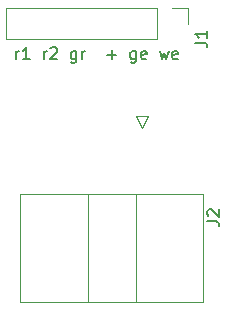
<source format=gto>
G04 #@! TF.GenerationSoftware,KiCad,Pcbnew,5.1.10*
G04 #@! TF.CreationDate,2021-05-04T23:10:24+02:00*
G04 #@! TF.ProjectId,2x3zu1x6,3278337a-7531-4783-962e-6b696361645f,rev?*
G04 #@! TF.SameCoordinates,Original*
G04 #@! TF.FileFunction,Legend,Top*
G04 #@! TF.FilePolarity,Positive*
%FSLAX46Y46*%
G04 Gerber Fmt 4.6, Leading zero omitted, Abs format (unit mm)*
G04 Created by KiCad (PCBNEW 5.1.10) date 2021-05-04 23:10:24*
%MOMM*%
%LPD*%
G01*
G04 APERTURE LIST*
%ADD10C,0.150000*%
%ADD11C,0.120000*%
%ADD12R,1.700000X1.700000*%
%ADD13O,1.700000X1.700000*%
%ADD14C,1.700000*%
G04 APERTURE END LIST*
D10*
X123976666Y-112212380D02*
X123976666Y-111545714D01*
X123976666Y-111736190D02*
X124024285Y-111640952D01*
X124071904Y-111593333D01*
X124167142Y-111545714D01*
X124262380Y-111545714D01*
X125119523Y-112212380D02*
X124548095Y-112212380D01*
X124833809Y-112212380D02*
X124833809Y-111212380D01*
X124738571Y-111355238D01*
X124643333Y-111450476D01*
X124548095Y-111498095D01*
X126310000Y-112212380D02*
X126310000Y-111545714D01*
X126310000Y-111736190D02*
X126357619Y-111640952D01*
X126405238Y-111593333D01*
X126500476Y-111545714D01*
X126595714Y-111545714D01*
X126881428Y-111307619D02*
X126929047Y-111260000D01*
X127024285Y-111212380D01*
X127262380Y-111212380D01*
X127357619Y-111260000D01*
X127405238Y-111307619D01*
X127452857Y-111402857D01*
X127452857Y-111498095D01*
X127405238Y-111640952D01*
X126833809Y-112212380D01*
X127452857Y-112212380D01*
X129071904Y-111545714D02*
X129071904Y-112355238D01*
X129024285Y-112450476D01*
X128976666Y-112498095D01*
X128881428Y-112545714D01*
X128738571Y-112545714D01*
X128643333Y-112498095D01*
X129071904Y-112164761D02*
X128976666Y-112212380D01*
X128786190Y-112212380D01*
X128690952Y-112164761D01*
X128643333Y-112117142D01*
X128595714Y-112021904D01*
X128595714Y-111736190D01*
X128643333Y-111640952D01*
X128690952Y-111593333D01*
X128786190Y-111545714D01*
X128976666Y-111545714D01*
X129071904Y-111593333D01*
X129548095Y-112212380D02*
X129548095Y-111545714D01*
X129548095Y-111736190D02*
X129595714Y-111640952D01*
X129643333Y-111593333D01*
X129738571Y-111545714D01*
X129833809Y-111545714D01*
X131690952Y-111831428D02*
X132452857Y-111831428D01*
X132071904Y-112212380D02*
X132071904Y-111450476D01*
X134119523Y-111545714D02*
X134119523Y-112355238D01*
X134071904Y-112450476D01*
X134024285Y-112498095D01*
X133929047Y-112545714D01*
X133786190Y-112545714D01*
X133690952Y-112498095D01*
X134119523Y-112164761D02*
X134024285Y-112212380D01*
X133833809Y-112212380D01*
X133738571Y-112164761D01*
X133690952Y-112117142D01*
X133643333Y-112021904D01*
X133643333Y-111736190D01*
X133690952Y-111640952D01*
X133738571Y-111593333D01*
X133833809Y-111545714D01*
X134024285Y-111545714D01*
X134119523Y-111593333D01*
X134976666Y-112164761D02*
X134881428Y-112212380D01*
X134690952Y-112212380D01*
X134595714Y-112164761D01*
X134548095Y-112069523D01*
X134548095Y-111688571D01*
X134595714Y-111593333D01*
X134690952Y-111545714D01*
X134881428Y-111545714D01*
X134976666Y-111593333D01*
X135024285Y-111688571D01*
X135024285Y-111783809D01*
X134548095Y-111879047D01*
X136119523Y-111545714D02*
X136310000Y-112212380D01*
X136500476Y-111736190D01*
X136690952Y-112212380D01*
X136881428Y-111545714D01*
X137643333Y-112164761D02*
X137548095Y-112212380D01*
X137357619Y-112212380D01*
X137262380Y-112164761D01*
X137214761Y-112069523D01*
X137214761Y-111688571D01*
X137262380Y-111593333D01*
X137357619Y-111545714D01*
X137548095Y-111545714D01*
X137643333Y-111593333D01*
X137690952Y-111688571D01*
X137690952Y-111783809D01*
X137214761Y-111879047D01*
D11*
X123130000Y-107890000D02*
X123130000Y-110550000D01*
X135890000Y-107890000D02*
X123130000Y-107890000D01*
X135890000Y-110550000D02*
X123130000Y-110550000D01*
X135890000Y-107890000D02*
X135890000Y-110550000D01*
X137160000Y-107890000D02*
X138490000Y-107890000D01*
X138490000Y-107890000D02*
X138490000Y-109220000D01*
X134120000Y-117030000D02*
X134620000Y-118030000D01*
X135120000Y-117030000D02*
X134120000Y-117030000D01*
X134620000Y-118030000D02*
X135120000Y-117030000D01*
X124330000Y-123650000D02*
X139830000Y-123650000D01*
X124330000Y-132770000D02*
X124330000Y-123650000D01*
X139830000Y-132770000D02*
X124330000Y-132770000D01*
X139830000Y-123650000D02*
X139830000Y-132770000D01*
X130030000Y-123650000D02*
X130030000Y-132770000D01*
X134130000Y-123650000D02*
X134130000Y-132770000D01*
D10*
X139152380Y-110823333D02*
X139866666Y-110823333D01*
X140009523Y-110870952D01*
X140104761Y-110966190D01*
X140152380Y-111109047D01*
X140152380Y-111204285D01*
X140152380Y-109823333D02*
X140152380Y-110394761D01*
X140152380Y-110109047D02*
X139152380Y-110109047D01*
X139295238Y-110204285D01*
X139390476Y-110299523D01*
X139438095Y-110394761D01*
X140172380Y-125928333D02*
X140886666Y-125928333D01*
X141029523Y-125975952D01*
X141124761Y-126071190D01*
X141172380Y-126214047D01*
X141172380Y-126309285D01*
X140267619Y-125499761D02*
X140220000Y-125452142D01*
X140172380Y-125356904D01*
X140172380Y-125118809D01*
X140220000Y-125023571D01*
X140267619Y-124975952D01*
X140362857Y-124928333D01*
X140458095Y-124928333D01*
X140600952Y-124975952D01*
X141172380Y-125547380D01*
X141172380Y-124928333D01*
%LPC*%
D12*
X137160000Y-109220000D03*
D13*
X134620000Y-109220000D03*
X132080000Y-109220000D03*
X129540000Y-109220000D03*
X127000000Y-109220000D03*
X124460000Y-109220000D03*
G36*
G01*
X134020000Y-118530000D02*
X135220000Y-118530000D01*
G75*
G02*
X135470000Y-118780000I0J-250000D01*
G01*
X135470000Y-119980000D01*
G75*
G02*
X135220000Y-120230000I-250000J0D01*
G01*
X134020000Y-120230000D01*
G75*
G02*
X133770000Y-119980000I0J250000D01*
G01*
X133770000Y-118780000D01*
G75*
G02*
X134020000Y-118530000I250000J0D01*
G01*
G37*
D14*
X132080000Y-119380000D03*
X129540000Y-119380000D03*
X134620000Y-121920000D03*
X132080000Y-121920000D03*
X129540000Y-121920000D03*
M02*

</source>
